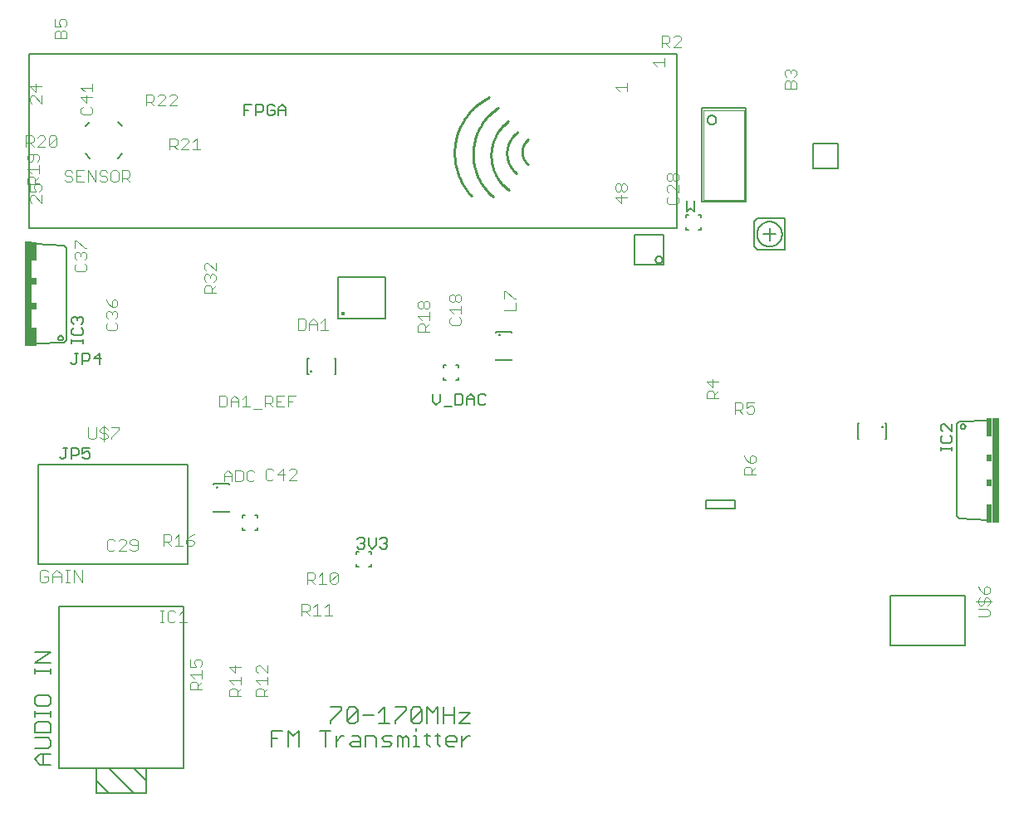
<source format=gbr>
G75*
%MOIN*%
%OFA0B0*%
%FSLAX25Y25*%
%IPPOS*%
%LPD*%
%AMOC8*
5,1,8,0,0,1.08239X$1,22.5*
%
%ADD10C,0.00600*%
%ADD11C,0.00400*%
%ADD12C,0.01000*%
%ADD13C,0.00500*%
%ADD14C,0.00200*%
%ADD15C,0.00800*%
%ADD16C,0.01682*%
%ADD17R,0.03000X0.42000*%
%ADD18R,0.02000X0.07500*%
%ADD19R,0.02000X0.03000*%
D10*
X0011367Y0012669D02*
X0009232Y0014804D01*
X0011367Y0016939D01*
X0015637Y0016939D01*
X0014569Y0019114D02*
X0015637Y0020182D01*
X0015637Y0022317D01*
X0014569Y0023385D01*
X0009232Y0023385D01*
X0009232Y0025560D02*
X0009232Y0028762D01*
X0010299Y0029830D01*
X0014569Y0029830D01*
X0015637Y0028762D01*
X0015637Y0025560D01*
X0009232Y0025560D01*
X0009232Y0032005D02*
X0009232Y0034140D01*
X0009232Y0033073D02*
X0015637Y0033073D01*
X0015637Y0034140D02*
X0015637Y0032005D01*
X0014569Y0036302D02*
X0010299Y0036302D01*
X0009232Y0037370D01*
X0009232Y0039505D01*
X0010299Y0040573D01*
X0014569Y0040573D01*
X0015637Y0039505D01*
X0015637Y0037370D01*
X0014569Y0036302D01*
X0015637Y0049193D02*
X0015637Y0051328D01*
X0015637Y0050261D02*
X0009232Y0050261D01*
X0009232Y0051328D02*
X0009232Y0049193D01*
X0009232Y0053490D02*
X0015637Y0057761D01*
X0009232Y0057761D01*
X0009232Y0053490D02*
X0015637Y0053490D01*
X0014569Y0019114D02*
X0009232Y0019114D01*
X0012434Y0016939D02*
X0012434Y0012669D01*
X0011367Y0012669D02*
X0015637Y0012669D01*
X0104366Y0019865D02*
X0104366Y0026270D01*
X0108636Y0026270D01*
X0110811Y0026270D02*
X0112946Y0024135D01*
X0115081Y0026270D01*
X0115081Y0019865D01*
X0110811Y0019865D02*
X0110811Y0026270D01*
X0106501Y0023068D02*
X0104366Y0023068D01*
X0123702Y0026270D02*
X0127972Y0026270D01*
X0125837Y0026270D02*
X0125837Y0019865D01*
X0130148Y0019865D02*
X0130148Y0024135D01*
X0132283Y0024135D02*
X0133350Y0024135D01*
X0132283Y0024135D02*
X0130148Y0022000D01*
X0135519Y0020933D02*
X0136586Y0022000D01*
X0139789Y0022000D01*
X0139789Y0023068D02*
X0139789Y0019865D01*
X0136586Y0019865D01*
X0135519Y0020933D01*
X0136586Y0024135D02*
X0138722Y0024135D01*
X0139789Y0023068D01*
X0141964Y0024135D02*
X0141964Y0019865D01*
X0141964Y0024135D02*
X0145167Y0024135D01*
X0146235Y0023068D01*
X0146235Y0019865D01*
X0148410Y0019865D02*
X0151613Y0019865D01*
X0152680Y0020933D01*
X0151613Y0022000D01*
X0149477Y0022000D01*
X0148410Y0023068D01*
X0149477Y0024135D01*
X0152680Y0024135D01*
X0154855Y0024135D02*
X0155923Y0024135D01*
X0156990Y0023068D01*
X0158058Y0024135D01*
X0159126Y0023068D01*
X0159126Y0019865D01*
X0156990Y0019865D02*
X0156990Y0023068D01*
X0154855Y0024135D02*
X0154855Y0019865D01*
X0161301Y0019865D02*
X0163436Y0019865D01*
X0162368Y0019865D02*
X0162368Y0024135D01*
X0161301Y0024135D01*
X0162368Y0026270D02*
X0162368Y0027338D01*
X0163429Y0029314D02*
X0161294Y0029314D01*
X0160227Y0030381D01*
X0164497Y0034652D01*
X0164497Y0030381D01*
X0163429Y0029314D01*
X0166672Y0029314D02*
X0166672Y0035719D01*
X0168807Y0033584D01*
X0170942Y0035719D01*
X0170942Y0029314D01*
X0173118Y0029314D02*
X0173118Y0035719D01*
X0173118Y0032517D02*
X0177388Y0032517D01*
X0179563Y0033584D02*
X0183833Y0033584D01*
X0179563Y0029314D01*
X0183833Y0029314D01*
X0183840Y0024135D02*
X0182772Y0024135D01*
X0180637Y0022000D01*
X0180637Y0019865D02*
X0180637Y0024135D01*
X0178462Y0023068D02*
X0178462Y0022000D01*
X0174192Y0022000D01*
X0174192Y0020933D02*
X0174192Y0023068D01*
X0175259Y0024135D01*
X0177395Y0024135D01*
X0178462Y0023068D01*
X0177395Y0019865D02*
X0175259Y0019865D01*
X0174192Y0020933D01*
X0172030Y0019865D02*
X0170962Y0020933D01*
X0170962Y0025203D01*
X0169895Y0024135D02*
X0172030Y0024135D01*
X0167733Y0024135D02*
X0165598Y0024135D01*
X0166665Y0025203D02*
X0166665Y0020933D01*
X0167733Y0019865D01*
X0160227Y0030381D02*
X0160227Y0034652D01*
X0161294Y0035719D01*
X0163429Y0035719D01*
X0164497Y0034652D01*
X0158051Y0034652D02*
X0153781Y0030381D01*
X0153781Y0029314D01*
X0151606Y0029314D02*
X0147336Y0029314D01*
X0149471Y0029314D02*
X0149471Y0035719D01*
X0147336Y0033584D01*
X0145160Y0032517D02*
X0140890Y0032517D01*
X0138715Y0034652D02*
X0134445Y0030381D01*
X0135512Y0029314D01*
X0137647Y0029314D01*
X0138715Y0030381D01*
X0138715Y0034652D01*
X0137647Y0035719D01*
X0135512Y0035719D01*
X0134445Y0034652D01*
X0134445Y0030381D01*
X0132269Y0034652D02*
X0127999Y0030381D01*
X0127999Y0029314D01*
X0127999Y0035719D02*
X0132269Y0035719D01*
X0132269Y0034652D01*
X0153781Y0035719D02*
X0158051Y0035719D01*
X0158051Y0034652D01*
X0177388Y0035719D02*
X0177388Y0029314D01*
X0144220Y0092069D02*
X0143220Y0092069D01*
X0144220Y0092069D02*
X0144220Y0093069D01*
X0144220Y0097069D02*
X0144220Y0098069D01*
X0143220Y0098069D01*
X0139220Y0098069D02*
X0138220Y0098069D01*
X0138220Y0097069D01*
X0138220Y0093069D02*
X0138220Y0092069D01*
X0139220Y0092069D01*
X0098551Y0107030D02*
X0097551Y0107030D01*
X0098551Y0107030D02*
X0098551Y0108030D01*
X0093551Y0107030D02*
X0092551Y0107030D01*
X0092551Y0108030D01*
X0092551Y0112030D02*
X0092551Y0113030D01*
X0093551Y0113030D01*
X0097551Y0113030D02*
X0098551Y0113030D01*
X0098551Y0112030D01*
X0087324Y0114272D02*
X0087324Y0114645D01*
X0087324Y0114272D02*
X0080943Y0114272D01*
X0080943Y0114645D01*
X0080943Y0125099D02*
X0080943Y0125472D01*
X0087324Y0125472D01*
X0087324Y0125099D01*
X0118691Y0169437D02*
X0119065Y0169437D01*
X0118691Y0169437D02*
X0118691Y0175819D01*
X0119065Y0175819D01*
X0129518Y0175819D02*
X0129891Y0175819D01*
X0129891Y0169437D01*
X0129518Y0169437D01*
X0173260Y0168266D02*
X0173260Y0167266D01*
X0174260Y0167266D01*
X0178260Y0167266D02*
X0179260Y0167266D01*
X0179260Y0168266D01*
X0179260Y0172266D02*
X0179260Y0173266D01*
X0178260Y0173266D01*
X0174260Y0173266D02*
X0173260Y0173266D01*
X0173260Y0172266D01*
X0194329Y0175296D02*
X0194329Y0175669D01*
X0194329Y0175296D02*
X0200710Y0175296D01*
X0200710Y0175669D01*
X0200710Y0186122D02*
X0200710Y0186496D01*
X0194329Y0186496D01*
X0194329Y0186122D01*
X0270504Y0227502D02*
X0270504Y0228502D01*
X0270504Y0227502D02*
X0271504Y0227502D01*
X0275504Y0227502D02*
X0276504Y0227502D01*
X0276504Y0228502D01*
X0276504Y0232502D02*
X0276504Y0233502D01*
X0275504Y0233502D01*
X0271504Y0233502D02*
X0270504Y0233502D01*
X0270504Y0232502D01*
X0276721Y0238811D02*
X0294696Y0238811D01*
X0294696Y0276524D01*
X0276721Y0276524D01*
X0276721Y0238811D01*
X0279109Y0271744D02*
X0279111Y0271828D01*
X0279117Y0271913D01*
X0279127Y0271996D01*
X0279141Y0272080D01*
X0279158Y0272162D01*
X0279180Y0272244D01*
X0279205Y0272324D01*
X0279234Y0272403D01*
X0279267Y0272481D01*
X0279303Y0272557D01*
X0279343Y0272632D01*
X0279387Y0272704D01*
X0279433Y0272775D01*
X0279483Y0272843D01*
X0279536Y0272908D01*
X0279592Y0272971D01*
X0279651Y0273032D01*
X0279713Y0273089D01*
X0279777Y0273144D01*
X0279844Y0273195D01*
X0279913Y0273244D01*
X0279985Y0273289D01*
X0280058Y0273330D01*
X0280133Y0273368D01*
X0280210Y0273403D01*
X0280289Y0273434D01*
X0280369Y0273461D01*
X0280450Y0273484D01*
X0280532Y0273504D01*
X0280615Y0273520D01*
X0280698Y0273532D01*
X0280783Y0273540D01*
X0280867Y0273544D01*
X0280951Y0273544D01*
X0281035Y0273540D01*
X0281120Y0273532D01*
X0281203Y0273520D01*
X0281286Y0273504D01*
X0281368Y0273484D01*
X0281449Y0273461D01*
X0281529Y0273434D01*
X0281608Y0273403D01*
X0281685Y0273368D01*
X0281760Y0273330D01*
X0281833Y0273289D01*
X0281905Y0273244D01*
X0281974Y0273195D01*
X0282041Y0273144D01*
X0282105Y0273089D01*
X0282167Y0273032D01*
X0282226Y0272971D01*
X0282282Y0272908D01*
X0282335Y0272843D01*
X0282385Y0272775D01*
X0282431Y0272704D01*
X0282475Y0272632D01*
X0282515Y0272557D01*
X0282551Y0272481D01*
X0282584Y0272403D01*
X0282613Y0272324D01*
X0282638Y0272244D01*
X0282660Y0272162D01*
X0282677Y0272080D01*
X0282691Y0271996D01*
X0282701Y0271913D01*
X0282707Y0271828D01*
X0282709Y0271744D01*
X0282707Y0271660D01*
X0282701Y0271575D01*
X0282691Y0271492D01*
X0282677Y0271408D01*
X0282660Y0271326D01*
X0282638Y0271244D01*
X0282613Y0271164D01*
X0282584Y0271085D01*
X0282551Y0271007D01*
X0282515Y0270931D01*
X0282475Y0270856D01*
X0282431Y0270784D01*
X0282385Y0270713D01*
X0282335Y0270645D01*
X0282282Y0270580D01*
X0282226Y0270517D01*
X0282167Y0270456D01*
X0282105Y0270399D01*
X0282041Y0270344D01*
X0281974Y0270293D01*
X0281905Y0270244D01*
X0281833Y0270199D01*
X0281760Y0270158D01*
X0281685Y0270120D01*
X0281608Y0270085D01*
X0281529Y0270054D01*
X0281449Y0270027D01*
X0281368Y0270004D01*
X0281286Y0269984D01*
X0281203Y0269968D01*
X0281120Y0269956D01*
X0281035Y0269948D01*
X0280951Y0269944D01*
X0280867Y0269944D01*
X0280783Y0269948D01*
X0280698Y0269956D01*
X0280615Y0269968D01*
X0280532Y0269984D01*
X0280450Y0270004D01*
X0280369Y0270027D01*
X0280289Y0270054D01*
X0280210Y0270085D01*
X0280133Y0270120D01*
X0280058Y0270158D01*
X0279985Y0270199D01*
X0279913Y0270244D01*
X0279844Y0270293D01*
X0279777Y0270344D01*
X0279713Y0270399D01*
X0279651Y0270456D01*
X0279592Y0270517D01*
X0279536Y0270580D01*
X0279483Y0270645D01*
X0279433Y0270713D01*
X0279387Y0270784D01*
X0279343Y0270856D01*
X0279303Y0270931D01*
X0279267Y0271007D01*
X0279234Y0271085D01*
X0279205Y0271164D01*
X0279180Y0271244D01*
X0279158Y0271326D01*
X0279141Y0271408D01*
X0279127Y0271492D01*
X0279117Y0271575D01*
X0279111Y0271660D01*
X0279109Y0271744D01*
X0339557Y0149834D02*
X0339931Y0149834D01*
X0339557Y0149834D02*
X0339557Y0143453D01*
X0339931Y0143453D01*
X0350384Y0143453D02*
X0350757Y0143453D01*
X0350757Y0149834D01*
X0350384Y0149834D01*
D11*
X0297903Y0154452D02*
X0297135Y0153684D01*
X0295601Y0153684D01*
X0294833Y0154452D01*
X0294833Y0155986D02*
X0296368Y0156754D01*
X0297135Y0156754D01*
X0297903Y0155986D01*
X0297903Y0154452D01*
X0294833Y0155986D02*
X0294833Y0158288D01*
X0297903Y0158288D01*
X0293299Y0157521D02*
X0293299Y0155986D01*
X0292531Y0155219D01*
X0290230Y0155219D01*
X0291764Y0155219D02*
X0293299Y0153684D01*
X0290230Y0153684D02*
X0290230Y0158288D01*
X0292531Y0158288D01*
X0293299Y0157521D01*
X0283383Y0159718D02*
X0278779Y0159718D01*
X0278779Y0162020D01*
X0279546Y0162787D01*
X0281081Y0162787D01*
X0281848Y0162020D01*
X0281848Y0159718D01*
X0281848Y0161252D02*
X0283383Y0162787D01*
X0281081Y0164322D02*
X0281081Y0167391D01*
X0283383Y0166624D02*
X0278779Y0166624D01*
X0281081Y0164322D01*
X0293779Y0136844D02*
X0294546Y0135310D01*
X0296081Y0133775D01*
X0296081Y0136077D01*
X0296848Y0136844D01*
X0297615Y0136844D01*
X0298383Y0136077D01*
X0298383Y0134543D01*
X0297615Y0133775D01*
X0296081Y0133775D01*
X0296081Y0132241D02*
X0296848Y0131473D01*
X0296848Y0129171D01*
X0298383Y0129171D02*
X0293779Y0129171D01*
X0293779Y0131473D01*
X0294546Y0132241D01*
X0296081Y0132241D01*
X0296848Y0130706D02*
X0298383Y0132241D01*
X0387795Y0084325D02*
X0388562Y0082790D01*
X0390096Y0081255D01*
X0390096Y0083557D01*
X0390864Y0084325D01*
X0391631Y0084325D01*
X0392398Y0083557D01*
X0392398Y0082023D01*
X0391631Y0081255D01*
X0390096Y0081255D01*
X0390864Y0079721D02*
X0390096Y0078954D01*
X0390096Y0077419D01*
X0389329Y0076652D01*
X0388562Y0076652D01*
X0387795Y0077419D01*
X0387795Y0078954D01*
X0388562Y0079721D01*
X0387027Y0078186D02*
X0393166Y0078186D01*
X0392398Y0077419D02*
X0392398Y0078954D01*
X0391631Y0079721D01*
X0390864Y0079721D01*
X0392398Y0077419D02*
X0391631Y0076652D01*
X0391631Y0075117D02*
X0387795Y0075117D01*
X0387795Y0072048D02*
X0391631Y0072048D01*
X0392398Y0072815D01*
X0392398Y0074350D01*
X0391631Y0075117D01*
X0202172Y0195293D02*
X0202172Y0198363D01*
X0202172Y0199897D02*
X0201405Y0199897D01*
X0198335Y0202967D01*
X0197568Y0202967D01*
X0197568Y0199897D01*
X0197568Y0195293D02*
X0202172Y0195293D01*
X0180253Y0195502D02*
X0175649Y0195502D01*
X0177183Y0193967D01*
X0176416Y0192433D02*
X0175649Y0191665D01*
X0175649Y0190131D01*
X0176416Y0189363D01*
X0179485Y0189363D01*
X0180253Y0190131D01*
X0180253Y0191665D01*
X0179485Y0192433D01*
X0180253Y0193967D02*
X0180253Y0197037D01*
X0179485Y0198571D02*
X0178718Y0198571D01*
X0177951Y0199339D01*
X0177951Y0200873D01*
X0178718Y0201641D01*
X0179485Y0201641D01*
X0180253Y0200873D01*
X0180253Y0199339D01*
X0179485Y0198571D01*
X0177951Y0199339D02*
X0177183Y0198571D01*
X0176416Y0198571D01*
X0175649Y0199339D01*
X0175649Y0200873D01*
X0176416Y0201641D01*
X0177183Y0201641D01*
X0177951Y0200873D01*
X0167556Y0198223D02*
X0167556Y0196688D01*
X0166789Y0195921D01*
X0166021Y0195921D01*
X0165254Y0196688D01*
X0165254Y0198223D01*
X0166021Y0198990D01*
X0166789Y0198990D01*
X0167556Y0198223D01*
X0165254Y0198223D02*
X0164487Y0198990D01*
X0163719Y0198990D01*
X0162952Y0198223D01*
X0162952Y0196688D01*
X0163719Y0195921D01*
X0164487Y0195921D01*
X0165254Y0196688D01*
X0167556Y0194386D02*
X0167556Y0191317D01*
X0167556Y0192852D02*
X0162952Y0192852D01*
X0164487Y0191317D01*
X0165254Y0189782D02*
X0163719Y0189782D01*
X0162952Y0189015D01*
X0162952Y0186713D01*
X0167556Y0186713D01*
X0166021Y0186713D02*
X0166021Y0189015D01*
X0165254Y0189782D01*
X0166021Y0188248D02*
X0167556Y0189782D01*
X0127024Y0187296D02*
X0123955Y0187296D01*
X0122420Y0187296D02*
X0122420Y0190366D01*
X0120886Y0191900D01*
X0119351Y0190366D01*
X0119351Y0187296D01*
X0117817Y0188064D02*
X0117049Y0187296D01*
X0114747Y0187296D01*
X0114747Y0191900D01*
X0117049Y0191900D01*
X0117817Y0191133D01*
X0117817Y0188064D01*
X0119351Y0189598D02*
X0122420Y0189598D01*
X0123955Y0190366D02*
X0125490Y0191900D01*
X0125490Y0187296D01*
X0113921Y0160995D02*
X0110852Y0160995D01*
X0110852Y0156391D01*
X0109317Y0156391D02*
X0106248Y0156391D01*
X0106248Y0160995D01*
X0109317Y0160995D01*
X0107783Y0158693D02*
X0106248Y0158693D01*
X0104713Y0158693D02*
X0103946Y0157926D01*
X0101644Y0157926D01*
X0103179Y0157926D02*
X0104713Y0156391D01*
X0104713Y0158693D02*
X0104713Y0160228D01*
X0103946Y0160995D01*
X0101644Y0160995D01*
X0101644Y0156391D01*
X0100109Y0155624D02*
X0097040Y0155624D01*
X0095505Y0156391D02*
X0092436Y0156391D01*
X0090902Y0156391D02*
X0090902Y0159460D01*
X0089367Y0160995D01*
X0087832Y0159460D01*
X0087832Y0156391D01*
X0086298Y0157158D02*
X0086298Y0160228D01*
X0085530Y0160995D01*
X0083228Y0160995D01*
X0083228Y0156391D01*
X0085530Y0156391D01*
X0086298Y0157158D01*
X0087832Y0158693D02*
X0090902Y0158693D01*
X0092436Y0159460D02*
X0093971Y0160995D01*
X0093971Y0156391D01*
X0110852Y0158693D02*
X0112387Y0158693D01*
X0111888Y0131507D02*
X0111120Y0130739D01*
X0111888Y0131507D02*
X0113422Y0131507D01*
X0114190Y0130739D01*
X0114190Y0129972D01*
X0111120Y0126903D01*
X0114190Y0126903D01*
X0109586Y0129205D02*
X0106517Y0129205D01*
X0108818Y0131507D01*
X0108818Y0126903D01*
X0104982Y0127670D02*
X0104215Y0126903D01*
X0102680Y0126903D01*
X0101913Y0127670D01*
X0101913Y0130739D01*
X0102680Y0131507D01*
X0104215Y0131507D01*
X0104982Y0130739D01*
X0097379Y0130228D02*
X0096611Y0130995D01*
X0095077Y0130995D01*
X0094309Y0130228D01*
X0094309Y0127158D01*
X0095077Y0126391D01*
X0096611Y0126391D01*
X0097379Y0127158D01*
X0092775Y0127158D02*
X0092775Y0130228D01*
X0092007Y0130995D01*
X0089705Y0130995D01*
X0089705Y0126391D01*
X0092007Y0126391D01*
X0092775Y0127158D01*
X0088171Y0126391D02*
X0088171Y0129460D01*
X0086636Y0130995D01*
X0085102Y0129460D01*
X0085102Y0126391D01*
X0085102Y0128693D02*
X0088171Y0128693D01*
X0073094Y0105227D02*
X0071560Y0104460D01*
X0070025Y0102925D01*
X0072327Y0102925D01*
X0073094Y0102158D01*
X0073094Y0101391D01*
X0072327Y0100623D01*
X0070792Y0100623D01*
X0070025Y0101391D01*
X0070025Y0102925D01*
X0068491Y0100623D02*
X0065421Y0100623D01*
X0063887Y0100623D02*
X0062352Y0102158D01*
X0063119Y0102158D02*
X0060817Y0102158D01*
X0060817Y0100623D02*
X0060817Y0105227D01*
X0063119Y0105227D01*
X0063887Y0104460D01*
X0063887Y0102925D01*
X0063119Y0102158D01*
X0065421Y0103693D02*
X0066956Y0105227D01*
X0066956Y0100623D01*
X0050410Y0100858D02*
X0048108Y0100858D01*
X0047341Y0101626D01*
X0047341Y0102393D01*
X0048108Y0103160D01*
X0049643Y0103160D01*
X0050410Y0102393D01*
X0050410Y0099324D01*
X0049643Y0098556D01*
X0048108Y0098556D01*
X0047341Y0099324D01*
X0045806Y0098556D02*
X0042737Y0098556D01*
X0045806Y0101626D01*
X0045806Y0102393D01*
X0045039Y0103160D01*
X0043504Y0103160D01*
X0042737Y0102393D01*
X0041202Y0102393D02*
X0040435Y0103160D01*
X0038900Y0103160D01*
X0038133Y0102393D01*
X0038133Y0099324D01*
X0038900Y0098556D01*
X0040435Y0098556D01*
X0041202Y0099324D01*
X0028316Y0090936D02*
X0028316Y0085732D01*
X0024847Y0090936D01*
X0024847Y0085732D01*
X0023144Y0085732D02*
X0021409Y0085732D01*
X0022277Y0085732D02*
X0022277Y0090936D01*
X0023144Y0090936D02*
X0021409Y0090936D01*
X0019722Y0089202D02*
X0019722Y0085732D01*
X0019722Y0088334D02*
X0016253Y0088334D01*
X0016253Y0089202D02*
X0016253Y0085732D01*
X0014566Y0086599D02*
X0014566Y0088334D01*
X0012831Y0088334D01*
X0011096Y0090069D02*
X0011096Y0086599D01*
X0011964Y0085732D01*
X0013699Y0085732D01*
X0014566Y0086599D01*
X0016253Y0089202D02*
X0017988Y0090936D01*
X0019722Y0089202D01*
X0014566Y0090069D02*
X0013699Y0090936D01*
X0011964Y0090936D01*
X0011096Y0090069D01*
X0059478Y0074530D02*
X0061013Y0074530D01*
X0060245Y0074530D02*
X0060245Y0069926D01*
X0059478Y0069926D02*
X0061013Y0069926D01*
X0062547Y0070694D02*
X0063315Y0069926D01*
X0064849Y0069926D01*
X0065617Y0070694D01*
X0067151Y0069926D02*
X0070220Y0069926D01*
X0068686Y0069926D02*
X0068686Y0074530D01*
X0067151Y0072996D01*
X0065617Y0073763D02*
X0064849Y0074530D01*
X0063315Y0074530D01*
X0062547Y0073763D01*
X0062547Y0070694D01*
X0071574Y0055046D02*
X0071574Y0051977D01*
X0073876Y0051977D01*
X0073109Y0053511D01*
X0073109Y0054279D01*
X0073876Y0055046D01*
X0075411Y0055046D01*
X0076178Y0054279D01*
X0076178Y0052744D01*
X0075411Y0051977D01*
X0076178Y0050442D02*
X0076178Y0047373D01*
X0076178Y0048907D02*
X0071574Y0048907D01*
X0073109Y0047373D01*
X0073876Y0045838D02*
X0074643Y0045071D01*
X0074643Y0042769D01*
X0074643Y0044304D02*
X0076178Y0045838D01*
X0073876Y0045838D02*
X0072341Y0045838D01*
X0071574Y0045071D01*
X0071574Y0042769D01*
X0076178Y0042769D01*
X0087361Y0042558D02*
X0088129Y0043326D01*
X0089663Y0043326D01*
X0090431Y0042558D01*
X0090431Y0040256D01*
X0091965Y0040256D02*
X0087361Y0040256D01*
X0087361Y0042558D01*
X0088896Y0044860D02*
X0087361Y0046395D01*
X0091965Y0046395D01*
X0091965Y0044860D02*
X0091965Y0047930D01*
X0089663Y0049464D02*
X0087361Y0051766D01*
X0091965Y0051766D01*
X0089663Y0052533D02*
X0089663Y0049464D01*
X0091965Y0043326D02*
X0090431Y0041791D01*
X0097991Y0042558D02*
X0098759Y0043326D01*
X0100293Y0043326D01*
X0101061Y0042558D01*
X0101061Y0040256D01*
X0102595Y0040256D02*
X0097991Y0040256D01*
X0097991Y0042558D01*
X0099526Y0044860D02*
X0097991Y0046395D01*
X0102595Y0046395D01*
X0102595Y0044860D02*
X0102595Y0047930D01*
X0102595Y0049464D02*
X0099526Y0052533D01*
X0098759Y0052533D01*
X0097991Y0051766D01*
X0097991Y0050231D01*
X0098759Y0049464D01*
X0102595Y0049464D02*
X0102595Y0052533D01*
X0102595Y0043326D02*
X0101061Y0041791D01*
X0116329Y0072670D02*
X0116329Y0077274D01*
X0118631Y0077274D01*
X0119398Y0076507D01*
X0119398Y0074972D01*
X0118631Y0074205D01*
X0116329Y0074205D01*
X0117864Y0074205D02*
X0119398Y0072670D01*
X0120933Y0072670D02*
X0124002Y0072670D01*
X0122468Y0072670D02*
X0122468Y0077274D01*
X0120933Y0075740D01*
X0125537Y0075740D02*
X0127072Y0077274D01*
X0127072Y0072670D01*
X0128606Y0072670D02*
X0125537Y0072670D01*
X0126121Y0085308D02*
X0123052Y0085308D01*
X0124587Y0085308D02*
X0124587Y0089912D01*
X0123052Y0088378D01*
X0121517Y0089145D02*
X0121517Y0087610D01*
X0120750Y0086843D01*
X0118448Y0086843D01*
X0119983Y0086843D02*
X0121517Y0085308D01*
X0118448Y0085308D02*
X0118448Y0089912D01*
X0120750Y0089912D01*
X0121517Y0089145D01*
X0127656Y0089145D02*
X0127656Y0086076D01*
X0130725Y0089145D01*
X0130725Y0086076D01*
X0129958Y0085308D01*
X0128423Y0085308D01*
X0127656Y0086076D01*
X0127656Y0089145D02*
X0128423Y0089912D01*
X0129958Y0089912D01*
X0130725Y0089145D01*
X0042989Y0147294D02*
X0039920Y0144225D01*
X0039920Y0143458D01*
X0038385Y0144225D02*
X0038385Y0144993D01*
X0037618Y0145760D01*
X0036083Y0145760D01*
X0035316Y0146527D01*
X0035316Y0147294D01*
X0036083Y0148062D01*
X0037618Y0148062D01*
X0038385Y0147294D01*
X0039920Y0148062D02*
X0042989Y0148062D01*
X0042989Y0147294D01*
X0038385Y0144225D02*
X0037618Y0143458D01*
X0036083Y0143458D01*
X0035316Y0144225D01*
X0033781Y0144225D02*
X0033781Y0148062D01*
X0030712Y0148062D02*
X0030712Y0144225D01*
X0031479Y0143458D01*
X0033014Y0143458D01*
X0033781Y0144225D01*
X0036850Y0142691D02*
X0036850Y0148829D01*
X0038522Y0187245D02*
X0041592Y0187245D01*
X0042359Y0188012D01*
X0042359Y0189546D01*
X0041592Y0190314D01*
X0041592Y0191848D02*
X0042359Y0192616D01*
X0042359Y0194150D01*
X0041592Y0194918D01*
X0040824Y0194918D01*
X0040057Y0194150D01*
X0040057Y0193383D01*
X0040057Y0194150D02*
X0039290Y0194918D01*
X0038522Y0194918D01*
X0037755Y0194150D01*
X0037755Y0192616D01*
X0038522Y0191848D01*
X0038522Y0190314D02*
X0037755Y0189546D01*
X0037755Y0188012D01*
X0038522Y0187245D01*
X0040057Y0196452D02*
X0040057Y0198754D01*
X0040824Y0199522D01*
X0041592Y0199522D01*
X0042359Y0198754D01*
X0042359Y0197220D01*
X0041592Y0196452D01*
X0040057Y0196452D01*
X0038522Y0197987D01*
X0037755Y0199522D01*
X0029092Y0210879D02*
X0026022Y0210879D01*
X0025255Y0211646D01*
X0025255Y0213181D01*
X0026022Y0213948D01*
X0026022Y0215483D02*
X0025255Y0216250D01*
X0025255Y0217785D01*
X0026022Y0218552D01*
X0026790Y0218552D01*
X0027557Y0217785D01*
X0028324Y0218552D01*
X0029092Y0218552D01*
X0029859Y0217785D01*
X0029859Y0216250D01*
X0029092Y0215483D01*
X0029092Y0213948D02*
X0029859Y0213181D01*
X0029859Y0211646D01*
X0029092Y0210879D01*
X0027557Y0217018D02*
X0027557Y0217785D01*
X0029092Y0220087D02*
X0026022Y0223156D01*
X0025255Y0223156D01*
X0025255Y0220087D01*
X0029092Y0220087D02*
X0029859Y0220087D01*
X0011808Y0238379D02*
X0008739Y0241448D01*
X0007971Y0241448D01*
X0007204Y0240681D01*
X0007204Y0239146D01*
X0007971Y0238379D01*
X0011808Y0238379D02*
X0011808Y0241448D01*
X0011041Y0242983D02*
X0011808Y0243750D01*
X0011808Y0245285D01*
X0011041Y0246052D01*
X0009506Y0246052D01*
X0008739Y0245285D01*
X0008739Y0244518D01*
X0009506Y0242983D01*
X0007204Y0242983D01*
X0007204Y0246052D01*
X0006259Y0245768D02*
X0006259Y0248070D01*
X0007026Y0248837D01*
X0008561Y0248837D01*
X0009328Y0248070D01*
X0009328Y0245768D01*
X0009328Y0247303D02*
X0010863Y0248837D01*
X0010863Y0250372D02*
X0010863Y0253441D01*
X0010863Y0251907D02*
X0006259Y0251907D01*
X0007794Y0250372D01*
X0007794Y0254976D02*
X0008561Y0255743D01*
X0008561Y0258045D01*
X0010096Y0258045D02*
X0007026Y0258045D01*
X0006259Y0257278D01*
X0006259Y0255743D01*
X0007026Y0254976D01*
X0007794Y0254976D01*
X0010096Y0254976D02*
X0010863Y0255743D01*
X0010863Y0257278D01*
X0010096Y0258045D01*
X0010303Y0260859D02*
X0013372Y0263929D01*
X0013372Y0264696D01*
X0012605Y0265463D01*
X0011070Y0265463D01*
X0010303Y0264696D01*
X0008769Y0264696D02*
X0008769Y0263161D01*
X0008001Y0262394D01*
X0005699Y0262394D01*
X0005699Y0260859D02*
X0005699Y0265463D01*
X0008001Y0265463D01*
X0008769Y0264696D01*
X0007234Y0262394D02*
X0008769Y0260859D01*
X0010303Y0260859D02*
X0013372Y0260859D01*
X0014907Y0261627D02*
X0017976Y0264696D01*
X0017976Y0261627D01*
X0017209Y0260859D01*
X0015674Y0260859D01*
X0014907Y0261627D01*
X0014907Y0264696D01*
X0015674Y0265463D01*
X0017209Y0265463D01*
X0017976Y0264696D01*
X0027617Y0274639D02*
X0028385Y0273871D01*
X0031454Y0273871D01*
X0032221Y0274639D01*
X0032221Y0276173D01*
X0031454Y0276941D01*
X0029919Y0278475D02*
X0029919Y0281544D01*
X0029152Y0283079D02*
X0027617Y0284614D01*
X0032221Y0284614D01*
X0032221Y0286148D02*
X0032221Y0283079D01*
X0032221Y0280777D02*
X0027617Y0280777D01*
X0029919Y0278475D01*
X0028385Y0276941D02*
X0027617Y0276173D01*
X0027617Y0274639D01*
X0011808Y0278379D02*
X0008739Y0281448D01*
X0007971Y0281448D01*
X0007204Y0280681D01*
X0007204Y0279146D01*
X0007971Y0278379D01*
X0011808Y0278379D02*
X0011808Y0281448D01*
X0009506Y0282983D02*
X0009506Y0286052D01*
X0011808Y0285285D02*
X0007204Y0285285D01*
X0009506Y0282983D01*
X0017283Y0304447D02*
X0017283Y0306749D01*
X0018050Y0307516D01*
X0018817Y0307516D01*
X0019585Y0306749D01*
X0019585Y0304447D01*
X0021887Y0304447D02*
X0017283Y0304447D01*
X0019585Y0306749D02*
X0020352Y0307516D01*
X0021119Y0307516D01*
X0021887Y0306749D01*
X0021887Y0304447D01*
X0021119Y0309051D02*
X0021887Y0309818D01*
X0021887Y0311353D01*
X0021119Y0312120D01*
X0019585Y0312120D01*
X0018817Y0311353D01*
X0018817Y0310585D01*
X0019585Y0309051D01*
X0017283Y0309051D01*
X0017283Y0312120D01*
X0053881Y0282038D02*
X0056183Y0282038D01*
X0056950Y0281271D01*
X0056950Y0279736D01*
X0056183Y0278969D01*
X0053881Y0278969D01*
X0055416Y0278969D02*
X0056950Y0277434D01*
X0058485Y0277434D02*
X0061554Y0280504D01*
X0061554Y0281271D01*
X0060787Y0282038D01*
X0059252Y0282038D01*
X0058485Y0281271D01*
X0058485Y0277434D02*
X0061554Y0277434D01*
X0063089Y0277434D02*
X0066158Y0280504D01*
X0066158Y0281271D01*
X0065391Y0282038D01*
X0063856Y0282038D01*
X0063089Y0281271D01*
X0063089Y0277434D02*
X0066158Y0277434D01*
X0053881Y0277434D02*
X0053881Y0282038D01*
X0063330Y0264322D02*
X0065632Y0264322D01*
X0066399Y0263554D01*
X0066399Y0262020D01*
X0065632Y0261252D01*
X0063330Y0261252D01*
X0063330Y0259718D02*
X0063330Y0264322D01*
X0064865Y0261252D02*
X0066399Y0259718D01*
X0067934Y0259718D02*
X0071003Y0262787D01*
X0071003Y0263554D01*
X0070236Y0264322D01*
X0068701Y0264322D01*
X0067934Y0263554D01*
X0067934Y0259718D02*
X0071003Y0259718D01*
X0072538Y0259718D02*
X0075607Y0259718D01*
X0074072Y0259718D02*
X0074072Y0264322D01*
X0072538Y0262787D01*
X0047366Y0250661D02*
X0047366Y0249126D01*
X0046599Y0248359D01*
X0044297Y0248359D01*
X0045831Y0248359D02*
X0047366Y0246824D01*
X0044297Y0246824D02*
X0044297Y0251428D01*
X0046599Y0251428D01*
X0047366Y0250661D01*
X0042762Y0250661D02*
X0042762Y0247591D01*
X0041995Y0246824D01*
X0040460Y0246824D01*
X0039693Y0247591D01*
X0039693Y0250661D01*
X0040460Y0251428D01*
X0041995Y0251428D01*
X0042762Y0250661D01*
X0038158Y0250661D02*
X0037391Y0251428D01*
X0035856Y0251428D01*
X0035089Y0250661D01*
X0035089Y0249893D01*
X0035856Y0249126D01*
X0037391Y0249126D01*
X0038158Y0248359D01*
X0038158Y0247591D01*
X0037391Y0246824D01*
X0035856Y0246824D01*
X0035089Y0247591D01*
X0033554Y0246824D02*
X0030485Y0251428D01*
X0030485Y0246824D01*
X0028950Y0246824D02*
X0025881Y0246824D01*
X0025881Y0251428D01*
X0028950Y0251428D01*
X0027416Y0249126D02*
X0025881Y0249126D01*
X0024346Y0248359D02*
X0024346Y0247591D01*
X0023579Y0246824D01*
X0022044Y0246824D01*
X0021277Y0247591D01*
X0022044Y0249126D02*
X0023579Y0249126D01*
X0024346Y0248359D01*
X0024346Y0250661D02*
X0023579Y0251428D01*
X0022044Y0251428D01*
X0021277Y0250661D01*
X0021277Y0249893D01*
X0022044Y0249126D01*
X0010863Y0245768D02*
X0006259Y0245768D01*
X0033554Y0246824D02*
X0033554Y0251428D01*
X0077125Y0213577D02*
X0077893Y0214344D01*
X0078660Y0214344D01*
X0081729Y0211275D01*
X0081729Y0214344D01*
X0077125Y0213577D02*
X0077125Y0212042D01*
X0077893Y0211275D01*
X0077893Y0209741D02*
X0078660Y0209741D01*
X0079427Y0208973D01*
X0080195Y0209741D01*
X0080962Y0209741D01*
X0081729Y0208973D01*
X0081729Y0207439D01*
X0080962Y0206671D01*
X0081729Y0205137D02*
X0080195Y0203602D01*
X0080195Y0204369D02*
X0080195Y0202067D01*
X0081729Y0202067D02*
X0077125Y0202067D01*
X0077125Y0204369D01*
X0077893Y0205137D01*
X0079427Y0205137D01*
X0080195Y0204369D01*
X0077893Y0206671D02*
X0077125Y0207439D01*
X0077125Y0208973D01*
X0077893Y0209741D01*
X0079427Y0208973D02*
X0079427Y0208206D01*
X0242204Y0240681D02*
X0244506Y0238379D01*
X0244506Y0241448D01*
X0245273Y0242983D02*
X0244506Y0243750D01*
X0244506Y0245285D01*
X0245273Y0246052D01*
X0246041Y0246052D01*
X0246808Y0245285D01*
X0246808Y0243750D01*
X0246041Y0242983D01*
X0245273Y0242983D01*
X0244506Y0243750D02*
X0243739Y0242983D01*
X0242971Y0242983D01*
X0242204Y0243750D01*
X0242204Y0245285D01*
X0242971Y0246052D01*
X0243739Y0246052D01*
X0244506Y0245285D01*
X0246808Y0240681D02*
X0242204Y0240681D01*
X0262913Y0240209D02*
X0262913Y0238674D01*
X0263680Y0237907D01*
X0266749Y0237907D01*
X0267517Y0238674D01*
X0267517Y0240209D01*
X0266749Y0240976D01*
X0267517Y0242511D02*
X0264447Y0245580D01*
X0263680Y0245580D01*
X0262913Y0244813D01*
X0262913Y0243278D01*
X0263680Y0242511D01*
X0263680Y0240976D02*
X0262913Y0240209D01*
X0267517Y0242511D02*
X0267517Y0245580D01*
X0266749Y0247115D02*
X0265982Y0247115D01*
X0265215Y0247882D01*
X0265215Y0249416D01*
X0265982Y0250184D01*
X0266749Y0250184D01*
X0267517Y0249416D01*
X0267517Y0247882D01*
X0266749Y0247115D01*
X0265215Y0247882D02*
X0264447Y0247115D01*
X0263680Y0247115D01*
X0262913Y0247882D01*
X0262913Y0249416D01*
X0263680Y0250184D01*
X0264447Y0250184D01*
X0265215Y0249416D01*
X0246808Y0283379D02*
X0246808Y0286448D01*
X0246808Y0284914D02*
X0242204Y0284914D01*
X0243739Y0283379D01*
X0257204Y0294914D02*
X0261808Y0294914D01*
X0261808Y0296448D02*
X0261808Y0293379D01*
X0258739Y0293379D02*
X0257204Y0294914D01*
X0260810Y0300919D02*
X0260810Y0305522D01*
X0263112Y0305522D01*
X0263880Y0304755D01*
X0263880Y0303220D01*
X0263112Y0302453D01*
X0260810Y0302453D01*
X0262345Y0302453D02*
X0263880Y0300919D01*
X0265414Y0300919D02*
X0268483Y0303988D01*
X0268483Y0304755D01*
X0267716Y0305522D01*
X0266181Y0305522D01*
X0265414Y0304755D01*
X0265414Y0300919D02*
X0268483Y0300919D01*
X0310196Y0291274D02*
X0310196Y0289739D01*
X0310963Y0288972D01*
X0310963Y0287437D02*
X0311731Y0287437D01*
X0312498Y0286670D01*
X0312498Y0284368D01*
X0310196Y0284368D02*
X0310196Y0286670D01*
X0310963Y0287437D01*
X0312498Y0286670D02*
X0313265Y0287437D01*
X0314033Y0287437D01*
X0314800Y0286670D01*
X0314800Y0284368D01*
X0310196Y0284368D01*
X0314033Y0288972D02*
X0314800Y0289739D01*
X0314800Y0291274D01*
X0314033Y0292041D01*
X0313265Y0292041D01*
X0312498Y0291274D01*
X0312498Y0290507D01*
X0312498Y0291274D02*
X0311731Y0292041D01*
X0310963Y0292041D01*
X0310196Y0291274D01*
D12*
X0207362Y0263966D02*
X0207236Y0263871D01*
X0207112Y0263772D01*
X0206990Y0263670D01*
X0206872Y0263565D01*
X0206755Y0263457D01*
X0206642Y0263346D01*
X0206531Y0263233D01*
X0206423Y0263116D01*
X0206318Y0262997D01*
X0206216Y0262876D01*
X0206118Y0262752D01*
X0206022Y0262625D01*
X0205929Y0262497D01*
X0205840Y0262366D01*
X0205754Y0262232D01*
X0205671Y0262097D01*
X0205592Y0261960D01*
X0205516Y0261820D01*
X0205444Y0261679D01*
X0205375Y0261536D01*
X0205310Y0261392D01*
X0205248Y0261246D01*
X0205190Y0261098D01*
X0205136Y0260949D01*
X0205085Y0260799D01*
X0205039Y0260647D01*
X0204996Y0260494D01*
X0204957Y0260341D01*
X0204921Y0260186D01*
X0204890Y0260031D01*
X0204862Y0259874D01*
X0204839Y0259718D01*
X0204819Y0259560D01*
X0204803Y0259402D01*
X0204791Y0259244D01*
X0204783Y0259086D01*
X0204779Y0258927D01*
X0204779Y0258769D01*
X0204783Y0258610D01*
X0204791Y0258452D01*
X0204803Y0258294D01*
X0204819Y0258136D01*
X0204839Y0257978D01*
X0204862Y0257822D01*
X0204890Y0257665D01*
X0204921Y0257510D01*
X0204957Y0257355D01*
X0204996Y0257202D01*
X0205039Y0257049D01*
X0205085Y0256897D01*
X0205136Y0256747D01*
X0205190Y0256598D01*
X0205248Y0256450D01*
X0205310Y0256304D01*
X0205375Y0256160D01*
X0205444Y0256017D01*
X0205516Y0255876D01*
X0205592Y0255736D01*
X0205671Y0255599D01*
X0205754Y0255464D01*
X0205840Y0255330D01*
X0205929Y0255199D01*
X0206022Y0255071D01*
X0206118Y0254944D01*
X0206216Y0254820D01*
X0206318Y0254699D01*
X0206423Y0254580D01*
X0206531Y0254463D01*
X0206642Y0254350D01*
X0206755Y0254239D01*
X0206872Y0254131D01*
X0206990Y0254026D01*
X0207112Y0253924D01*
X0207236Y0253825D01*
X0207362Y0253730D01*
X0193189Y0240738D02*
X0192776Y0241088D01*
X0192371Y0241448D01*
X0191976Y0241818D01*
X0191589Y0242197D01*
X0191212Y0242585D01*
X0190844Y0242983D01*
X0190486Y0243389D01*
X0190138Y0243804D01*
X0189801Y0244227D01*
X0189473Y0244659D01*
X0189156Y0245098D01*
X0188850Y0245545D01*
X0188555Y0245998D01*
X0188271Y0246459D01*
X0187999Y0246927D01*
X0187737Y0247402D01*
X0187488Y0247882D01*
X0187250Y0248368D01*
X0187023Y0248860D01*
X0186809Y0249358D01*
X0186607Y0249860D01*
X0186418Y0250367D01*
X0186240Y0250879D01*
X0186076Y0251395D01*
X0185923Y0251914D01*
X0185784Y0252437D01*
X0185657Y0252964D01*
X0185543Y0253493D01*
X0185442Y0254025D01*
X0185353Y0254559D01*
X0185278Y0255096D01*
X0185216Y0255633D01*
X0185167Y0256173D01*
X0185131Y0256713D01*
X0185108Y0257254D01*
X0185098Y0257795D01*
X0185102Y0258337D01*
X0185118Y0258878D01*
X0185148Y0259419D01*
X0185191Y0259958D01*
X0185247Y0260497D01*
X0185316Y0261034D01*
X0185398Y0261569D01*
X0185493Y0262102D01*
X0185601Y0262633D01*
X0185721Y0263161D01*
X0185855Y0263686D01*
X0186001Y0264207D01*
X0186160Y0264725D01*
X0186331Y0265238D01*
X0186515Y0265748D01*
X0186711Y0266252D01*
X0186919Y0266752D01*
X0187140Y0267247D01*
X0187372Y0267736D01*
X0187616Y0268219D01*
X0187872Y0268696D01*
X0188139Y0269167D01*
X0188418Y0269632D01*
X0188708Y0270089D01*
X0189009Y0270539D01*
X0189320Y0270982D01*
X0189643Y0271417D01*
X0189975Y0271844D01*
X0190318Y0272263D01*
X0190672Y0272673D01*
X0191035Y0273075D01*
X0191407Y0273468D01*
X0191789Y0273852D01*
X0192181Y0274226D01*
X0192581Y0274591D01*
X0192990Y0274946D01*
X0193407Y0275290D01*
X0193833Y0275625D01*
X0194267Y0275949D01*
X0194708Y0276263D01*
X0195157Y0276565D01*
X0191614Y0280895D02*
X0191072Y0280618D01*
X0190535Y0280328D01*
X0190007Y0280025D01*
X0189485Y0279710D01*
X0188972Y0279381D01*
X0188466Y0279041D01*
X0187969Y0278688D01*
X0187481Y0278323D01*
X0187002Y0277946D01*
X0186532Y0277558D01*
X0186071Y0277159D01*
X0185621Y0276748D01*
X0185180Y0276327D01*
X0184750Y0275895D01*
X0184331Y0275453D01*
X0183922Y0275001D01*
X0183524Y0274539D01*
X0183138Y0274067D01*
X0182764Y0273587D01*
X0182401Y0273097D01*
X0182050Y0272599D01*
X0181711Y0272092D01*
X0181385Y0271577D01*
X0181071Y0271054D01*
X0180770Y0270524D01*
X0180482Y0269987D01*
X0180208Y0269443D01*
X0179946Y0268893D01*
X0179698Y0268336D01*
X0179463Y0267773D01*
X0179243Y0267205D01*
X0179036Y0266632D01*
X0178843Y0266054D01*
X0178664Y0265471D01*
X0178499Y0264884D01*
X0178349Y0264293D01*
X0178213Y0263699D01*
X0178092Y0263102D01*
X0177985Y0262502D01*
X0177892Y0261899D01*
X0177815Y0261295D01*
X0177752Y0260689D01*
X0177703Y0260081D01*
X0177670Y0259472D01*
X0177651Y0258863D01*
X0177647Y0258254D01*
X0177658Y0257644D01*
X0177684Y0257035D01*
X0177724Y0256427D01*
X0177780Y0255820D01*
X0177850Y0255215D01*
X0177934Y0254611D01*
X0178034Y0254010D01*
X0178147Y0253411D01*
X0178276Y0252815D01*
X0178418Y0252223D01*
X0178576Y0251634D01*
X0178747Y0251049D01*
X0178932Y0250468D01*
X0179132Y0249892D01*
X0179345Y0249321D01*
X0179573Y0248756D01*
X0179814Y0248196D01*
X0180068Y0247642D01*
X0180336Y0247095D01*
X0180617Y0246554D01*
X0180911Y0246020D01*
X0181218Y0245493D01*
X0181538Y0244974D01*
X0181870Y0244463D01*
X0182214Y0243960D01*
X0182571Y0243466D01*
X0182940Y0242981D01*
X0183320Y0242504D01*
X0183711Y0242037D01*
X0184114Y0241580D01*
X0184528Y0241132D01*
X0199488Y0243494D02*
X0199153Y0243740D01*
X0198823Y0243995D01*
X0198501Y0244257D01*
X0198184Y0244527D01*
X0197875Y0244805D01*
X0197572Y0245090D01*
X0197276Y0245382D01*
X0196987Y0245682D01*
X0196706Y0245988D01*
X0196432Y0246301D01*
X0196166Y0246621D01*
X0195908Y0246947D01*
X0195658Y0247279D01*
X0195415Y0247617D01*
X0195182Y0247961D01*
X0194956Y0248311D01*
X0194739Y0248666D01*
X0194531Y0249026D01*
X0194332Y0249391D01*
X0194141Y0249761D01*
X0193960Y0250135D01*
X0193788Y0250513D01*
X0193625Y0250896D01*
X0193471Y0251283D01*
X0193327Y0251673D01*
X0193192Y0252066D01*
X0193067Y0252463D01*
X0192951Y0252862D01*
X0192845Y0253265D01*
X0192749Y0253669D01*
X0192663Y0254076D01*
X0192587Y0254485D01*
X0192521Y0254896D01*
X0192465Y0255308D01*
X0192418Y0255721D01*
X0192382Y0256136D01*
X0192356Y0256551D01*
X0192340Y0256966D01*
X0192334Y0257382D01*
X0192338Y0257798D01*
X0192352Y0258214D01*
X0192377Y0258629D01*
X0192411Y0259044D01*
X0192456Y0259457D01*
X0192510Y0259870D01*
X0192575Y0260280D01*
X0192649Y0260690D01*
X0192733Y0261097D01*
X0192828Y0261502D01*
X0192932Y0261905D01*
X0193046Y0262305D01*
X0193169Y0262702D01*
X0193302Y0263096D01*
X0193445Y0263487D01*
X0193597Y0263874D01*
X0193758Y0264257D01*
X0193929Y0264637D01*
X0194109Y0265012D01*
X0194297Y0265382D01*
X0194495Y0265748D01*
X0194702Y0266109D01*
X0194917Y0266465D01*
X0195141Y0266816D01*
X0195374Y0267161D01*
X0195614Y0267500D01*
X0195863Y0267833D01*
X0196120Y0268160D01*
X0196385Y0268481D01*
X0196657Y0268795D01*
X0196937Y0269103D01*
X0197224Y0269404D01*
X0197519Y0269697D01*
X0197821Y0269984D01*
X0198129Y0270263D01*
X0198444Y0270534D01*
X0198766Y0270798D01*
X0199094Y0271054D01*
X0203031Y0266722D02*
X0202828Y0266576D01*
X0202629Y0266426D01*
X0202434Y0266270D01*
X0202243Y0266110D01*
X0202055Y0265945D01*
X0201872Y0265776D01*
X0201693Y0265602D01*
X0201518Y0265424D01*
X0201347Y0265242D01*
X0201181Y0265055D01*
X0201020Y0264865D01*
X0200863Y0264671D01*
X0200711Y0264473D01*
X0200564Y0264271D01*
X0200421Y0264066D01*
X0200284Y0263858D01*
X0200152Y0263646D01*
X0200025Y0263431D01*
X0199903Y0263213D01*
X0199787Y0262992D01*
X0199676Y0262769D01*
X0199570Y0262543D01*
X0199470Y0262314D01*
X0199376Y0262083D01*
X0199287Y0261850D01*
X0199204Y0261614D01*
X0199126Y0261377D01*
X0199055Y0261138D01*
X0198989Y0260897D01*
X0198929Y0260655D01*
X0198875Y0260411D01*
X0198827Y0260166D01*
X0198785Y0259920D01*
X0198749Y0259673D01*
X0198719Y0259425D01*
X0198695Y0259177D01*
X0198677Y0258928D01*
X0198665Y0258678D01*
X0198659Y0258429D01*
X0198659Y0258179D01*
X0198665Y0257930D01*
X0198677Y0257680D01*
X0198696Y0257432D01*
X0198720Y0257183D01*
X0198750Y0256935D01*
X0198787Y0256688D01*
X0198829Y0256442D01*
X0198877Y0256197D01*
X0198931Y0255954D01*
X0198992Y0255712D01*
X0199058Y0255471D01*
X0199129Y0255232D01*
X0199207Y0254995D01*
X0199290Y0254759D01*
X0199379Y0254526D01*
X0199474Y0254295D01*
X0199574Y0254067D01*
X0199680Y0253840D01*
X0199791Y0253617D01*
X0199908Y0253396D01*
X0200030Y0253178D01*
X0200157Y0252964D01*
X0200289Y0252752D01*
X0200427Y0252544D01*
X0200569Y0252339D01*
X0200717Y0252137D01*
X0200869Y0251940D01*
X0201026Y0251746D01*
X0201188Y0251555D01*
X0201354Y0251369D01*
X0201525Y0251187D01*
X0201700Y0251009D01*
X0201879Y0250836D01*
X0202063Y0250666D01*
X0202250Y0250502D01*
X0202442Y0250342D01*
X0202637Y0250186D01*
D13*
X0249882Y0225384D02*
X0249882Y0213573D01*
X0261693Y0213573D01*
X0261693Y0225384D01*
X0249882Y0225384D01*
X0258332Y0215541D02*
X0258334Y0215615D01*
X0258340Y0215689D01*
X0258350Y0215762D01*
X0258363Y0215835D01*
X0258381Y0215907D01*
X0258402Y0215978D01*
X0258428Y0216048D01*
X0258456Y0216116D01*
X0258489Y0216183D01*
X0258525Y0216248D01*
X0258564Y0216310D01*
X0258607Y0216371D01*
X0258652Y0216429D01*
X0258701Y0216485D01*
X0258753Y0216538D01*
X0258807Y0216589D01*
X0258864Y0216636D01*
X0258924Y0216680D01*
X0258986Y0216721D01*
X0259050Y0216759D01*
X0259115Y0216793D01*
X0259183Y0216823D01*
X0259252Y0216850D01*
X0259322Y0216874D01*
X0259394Y0216893D01*
X0259466Y0216909D01*
X0259539Y0216921D01*
X0259613Y0216929D01*
X0259687Y0216933D01*
X0259761Y0216933D01*
X0259835Y0216929D01*
X0259909Y0216921D01*
X0259982Y0216909D01*
X0260054Y0216893D01*
X0260126Y0216874D01*
X0260196Y0216850D01*
X0260265Y0216823D01*
X0260333Y0216793D01*
X0260398Y0216759D01*
X0260462Y0216721D01*
X0260524Y0216680D01*
X0260584Y0216636D01*
X0260641Y0216589D01*
X0260695Y0216538D01*
X0260747Y0216485D01*
X0260796Y0216429D01*
X0260841Y0216371D01*
X0260884Y0216310D01*
X0260923Y0216248D01*
X0260959Y0216183D01*
X0260992Y0216116D01*
X0261020Y0216048D01*
X0261046Y0215978D01*
X0261067Y0215907D01*
X0261085Y0215835D01*
X0261098Y0215762D01*
X0261108Y0215689D01*
X0261114Y0215615D01*
X0261116Y0215541D01*
X0261114Y0215467D01*
X0261108Y0215393D01*
X0261098Y0215320D01*
X0261085Y0215247D01*
X0261067Y0215175D01*
X0261046Y0215104D01*
X0261020Y0215034D01*
X0260992Y0214966D01*
X0260959Y0214899D01*
X0260923Y0214834D01*
X0260884Y0214772D01*
X0260841Y0214711D01*
X0260796Y0214653D01*
X0260747Y0214597D01*
X0260695Y0214544D01*
X0260641Y0214493D01*
X0260584Y0214446D01*
X0260524Y0214402D01*
X0260462Y0214361D01*
X0260398Y0214323D01*
X0260333Y0214289D01*
X0260265Y0214259D01*
X0260196Y0214232D01*
X0260126Y0214208D01*
X0260054Y0214189D01*
X0259982Y0214173D01*
X0259909Y0214161D01*
X0259835Y0214153D01*
X0259761Y0214149D01*
X0259687Y0214149D01*
X0259613Y0214153D01*
X0259539Y0214161D01*
X0259466Y0214173D01*
X0259394Y0214189D01*
X0259322Y0214208D01*
X0259252Y0214232D01*
X0259183Y0214259D01*
X0259115Y0214289D01*
X0259050Y0214323D01*
X0258986Y0214361D01*
X0258924Y0214402D01*
X0258864Y0214446D01*
X0258807Y0214493D01*
X0258753Y0214544D01*
X0258701Y0214597D01*
X0258652Y0214653D01*
X0258607Y0214711D01*
X0258564Y0214772D01*
X0258525Y0214834D01*
X0258489Y0214899D01*
X0258456Y0214966D01*
X0258428Y0215034D01*
X0258402Y0215104D01*
X0258381Y0215175D01*
X0258363Y0215247D01*
X0258350Y0215320D01*
X0258340Y0215393D01*
X0258334Y0215467D01*
X0258332Y0215541D01*
X0267008Y0228179D02*
X0007008Y0228179D01*
X0007008Y0298179D01*
X0267008Y0298179D01*
X0267008Y0228179D01*
X0270754Y0234752D02*
X0272255Y0236253D01*
X0273756Y0234752D01*
X0273756Y0239256D01*
X0270754Y0239256D02*
X0270754Y0234752D01*
X0297825Y0230846D02*
X0297825Y0220846D01*
X0299075Y0219596D01*
X0310325Y0219596D01*
X0310325Y0232096D01*
X0299075Y0232096D01*
X0297825Y0230846D01*
X0304075Y0228346D02*
X0304075Y0223346D01*
X0299075Y0225846D02*
X0299077Y0225987D01*
X0299083Y0226128D01*
X0299093Y0226268D01*
X0299107Y0226408D01*
X0299125Y0226548D01*
X0299146Y0226687D01*
X0299172Y0226826D01*
X0299201Y0226964D01*
X0299235Y0227100D01*
X0299272Y0227236D01*
X0299313Y0227371D01*
X0299358Y0227505D01*
X0299407Y0227637D01*
X0299459Y0227768D01*
X0299515Y0227897D01*
X0299575Y0228024D01*
X0299638Y0228150D01*
X0299704Y0228274D01*
X0299775Y0228397D01*
X0299848Y0228517D01*
X0299925Y0228635D01*
X0300005Y0228751D01*
X0300089Y0228864D01*
X0300175Y0228975D01*
X0300265Y0229084D01*
X0300358Y0229190D01*
X0300453Y0229293D01*
X0300552Y0229394D01*
X0300653Y0229492D01*
X0300757Y0229587D01*
X0300864Y0229679D01*
X0300973Y0229768D01*
X0301085Y0229853D01*
X0301199Y0229936D01*
X0301315Y0230016D01*
X0301434Y0230092D01*
X0301555Y0230164D01*
X0301677Y0230234D01*
X0301802Y0230299D01*
X0301928Y0230362D01*
X0302056Y0230420D01*
X0302186Y0230475D01*
X0302317Y0230527D01*
X0302450Y0230574D01*
X0302584Y0230618D01*
X0302719Y0230659D01*
X0302855Y0230695D01*
X0302992Y0230727D01*
X0303130Y0230756D01*
X0303268Y0230781D01*
X0303408Y0230801D01*
X0303548Y0230818D01*
X0303688Y0230831D01*
X0303829Y0230840D01*
X0303969Y0230845D01*
X0304110Y0230846D01*
X0304251Y0230843D01*
X0304392Y0230836D01*
X0304532Y0230825D01*
X0304672Y0230810D01*
X0304812Y0230791D01*
X0304951Y0230769D01*
X0305089Y0230742D01*
X0305227Y0230712D01*
X0305363Y0230677D01*
X0305499Y0230639D01*
X0305633Y0230597D01*
X0305767Y0230551D01*
X0305899Y0230502D01*
X0306029Y0230448D01*
X0306158Y0230391D01*
X0306285Y0230331D01*
X0306411Y0230267D01*
X0306534Y0230199D01*
X0306656Y0230128D01*
X0306776Y0230054D01*
X0306893Y0229976D01*
X0307008Y0229895D01*
X0307121Y0229811D01*
X0307232Y0229724D01*
X0307340Y0229633D01*
X0307445Y0229540D01*
X0307548Y0229443D01*
X0307648Y0229344D01*
X0307745Y0229242D01*
X0307839Y0229137D01*
X0307930Y0229030D01*
X0308018Y0228920D01*
X0308103Y0228808D01*
X0308185Y0228693D01*
X0308264Y0228576D01*
X0308339Y0228457D01*
X0308411Y0228336D01*
X0308479Y0228213D01*
X0308544Y0228088D01*
X0308606Y0227961D01*
X0308663Y0227832D01*
X0308718Y0227702D01*
X0308768Y0227571D01*
X0308815Y0227438D01*
X0308858Y0227304D01*
X0308897Y0227168D01*
X0308932Y0227032D01*
X0308964Y0226895D01*
X0308991Y0226757D01*
X0309015Y0226618D01*
X0309035Y0226478D01*
X0309051Y0226338D01*
X0309063Y0226198D01*
X0309071Y0226057D01*
X0309075Y0225916D01*
X0309075Y0225776D01*
X0309071Y0225635D01*
X0309063Y0225494D01*
X0309051Y0225354D01*
X0309035Y0225214D01*
X0309015Y0225074D01*
X0308991Y0224935D01*
X0308964Y0224797D01*
X0308932Y0224660D01*
X0308897Y0224524D01*
X0308858Y0224388D01*
X0308815Y0224254D01*
X0308768Y0224121D01*
X0308718Y0223990D01*
X0308663Y0223860D01*
X0308606Y0223731D01*
X0308544Y0223604D01*
X0308479Y0223479D01*
X0308411Y0223356D01*
X0308339Y0223235D01*
X0308264Y0223116D01*
X0308185Y0222999D01*
X0308103Y0222884D01*
X0308018Y0222772D01*
X0307930Y0222662D01*
X0307839Y0222555D01*
X0307745Y0222450D01*
X0307648Y0222348D01*
X0307548Y0222249D01*
X0307445Y0222152D01*
X0307340Y0222059D01*
X0307232Y0221968D01*
X0307121Y0221881D01*
X0307008Y0221797D01*
X0306893Y0221716D01*
X0306776Y0221638D01*
X0306656Y0221564D01*
X0306534Y0221493D01*
X0306411Y0221425D01*
X0306285Y0221361D01*
X0306158Y0221301D01*
X0306029Y0221244D01*
X0305899Y0221190D01*
X0305767Y0221141D01*
X0305633Y0221095D01*
X0305499Y0221053D01*
X0305363Y0221015D01*
X0305227Y0220980D01*
X0305089Y0220950D01*
X0304951Y0220923D01*
X0304812Y0220901D01*
X0304672Y0220882D01*
X0304532Y0220867D01*
X0304392Y0220856D01*
X0304251Y0220849D01*
X0304110Y0220846D01*
X0303969Y0220847D01*
X0303829Y0220852D01*
X0303688Y0220861D01*
X0303548Y0220874D01*
X0303408Y0220891D01*
X0303268Y0220911D01*
X0303130Y0220936D01*
X0302992Y0220965D01*
X0302855Y0220997D01*
X0302719Y0221033D01*
X0302584Y0221074D01*
X0302450Y0221118D01*
X0302317Y0221165D01*
X0302186Y0221217D01*
X0302056Y0221272D01*
X0301928Y0221330D01*
X0301802Y0221393D01*
X0301677Y0221458D01*
X0301555Y0221528D01*
X0301434Y0221600D01*
X0301315Y0221676D01*
X0301199Y0221756D01*
X0301085Y0221839D01*
X0300973Y0221924D01*
X0300864Y0222013D01*
X0300757Y0222105D01*
X0300653Y0222200D01*
X0300552Y0222298D01*
X0300453Y0222399D01*
X0300358Y0222502D01*
X0300265Y0222608D01*
X0300175Y0222717D01*
X0300089Y0222828D01*
X0300005Y0222941D01*
X0299925Y0223057D01*
X0299848Y0223175D01*
X0299775Y0223295D01*
X0299704Y0223418D01*
X0299638Y0223542D01*
X0299575Y0223668D01*
X0299515Y0223795D01*
X0299459Y0223924D01*
X0299407Y0224055D01*
X0299358Y0224187D01*
X0299313Y0224321D01*
X0299272Y0224456D01*
X0299235Y0224592D01*
X0299201Y0224728D01*
X0299172Y0224866D01*
X0299146Y0225005D01*
X0299125Y0225144D01*
X0299107Y0225284D01*
X0299093Y0225424D01*
X0299083Y0225564D01*
X0299077Y0225705D01*
X0299075Y0225846D01*
X0301575Y0225846D02*
X0306575Y0225846D01*
X0321654Y0252274D02*
X0331654Y0252274D01*
X0331654Y0262274D01*
X0321654Y0262274D01*
X0321654Y0252274D01*
X0349312Y0148494D02*
X0349314Y0148520D01*
X0349320Y0148546D01*
X0349329Y0148570D01*
X0349343Y0148593D01*
X0349359Y0148614D01*
X0349378Y0148632D01*
X0349400Y0148646D01*
X0349424Y0148658D01*
X0349449Y0148666D01*
X0349475Y0148670D01*
X0349501Y0148670D01*
X0349527Y0148666D01*
X0349552Y0148658D01*
X0349576Y0148646D01*
X0349598Y0148632D01*
X0349617Y0148614D01*
X0349633Y0148593D01*
X0349647Y0148570D01*
X0349656Y0148546D01*
X0349662Y0148520D01*
X0349664Y0148494D01*
X0349662Y0148468D01*
X0349656Y0148442D01*
X0349647Y0148418D01*
X0349633Y0148395D01*
X0349617Y0148374D01*
X0349598Y0148356D01*
X0349576Y0148342D01*
X0349552Y0148330D01*
X0349527Y0148322D01*
X0349501Y0148318D01*
X0349475Y0148318D01*
X0349449Y0148322D01*
X0349424Y0148330D01*
X0349400Y0148342D01*
X0349378Y0148356D01*
X0349359Y0148374D01*
X0349343Y0148395D01*
X0349329Y0148418D01*
X0349320Y0148442D01*
X0349314Y0148468D01*
X0349312Y0148494D01*
X0372785Y0148794D02*
X0372785Y0147292D01*
X0373535Y0146542D01*
X0373535Y0144940D02*
X0372785Y0144190D01*
X0372785Y0142688D01*
X0373535Y0141938D01*
X0376538Y0141938D01*
X0377289Y0142688D01*
X0377289Y0144190D01*
X0376538Y0144940D01*
X0377289Y0146542D02*
X0374286Y0149544D01*
X0373535Y0149544D01*
X0372785Y0148794D01*
X0377289Y0149544D02*
X0377289Y0146542D01*
X0379339Y0149396D02*
X0380339Y0150396D01*
X0391839Y0150896D01*
X0380739Y0148596D02*
X0380741Y0148659D01*
X0380747Y0148721D01*
X0380757Y0148783D01*
X0380770Y0148845D01*
X0380788Y0148905D01*
X0380809Y0148964D01*
X0380834Y0149022D01*
X0380863Y0149078D01*
X0380895Y0149132D01*
X0380930Y0149184D01*
X0380968Y0149233D01*
X0381010Y0149281D01*
X0381054Y0149325D01*
X0381102Y0149367D01*
X0381151Y0149405D01*
X0381203Y0149440D01*
X0381257Y0149472D01*
X0381313Y0149501D01*
X0381371Y0149526D01*
X0381430Y0149547D01*
X0381490Y0149565D01*
X0381552Y0149578D01*
X0381614Y0149588D01*
X0381676Y0149594D01*
X0381739Y0149596D01*
X0381802Y0149594D01*
X0381864Y0149588D01*
X0381926Y0149578D01*
X0381988Y0149565D01*
X0382048Y0149547D01*
X0382107Y0149526D01*
X0382165Y0149501D01*
X0382221Y0149472D01*
X0382275Y0149440D01*
X0382327Y0149405D01*
X0382376Y0149367D01*
X0382424Y0149325D01*
X0382468Y0149281D01*
X0382510Y0149233D01*
X0382548Y0149184D01*
X0382583Y0149132D01*
X0382615Y0149078D01*
X0382644Y0149022D01*
X0382669Y0148964D01*
X0382690Y0148905D01*
X0382708Y0148845D01*
X0382721Y0148783D01*
X0382731Y0148721D01*
X0382737Y0148659D01*
X0382739Y0148596D01*
X0382737Y0148533D01*
X0382731Y0148471D01*
X0382721Y0148409D01*
X0382708Y0148347D01*
X0382690Y0148287D01*
X0382669Y0148228D01*
X0382644Y0148170D01*
X0382615Y0148114D01*
X0382583Y0148060D01*
X0382548Y0148008D01*
X0382510Y0147959D01*
X0382468Y0147911D01*
X0382424Y0147867D01*
X0382376Y0147825D01*
X0382327Y0147787D01*
X0382275Y0147752D01*
X0382221Y0147720D01*
X0382165Y0147691D01*
X0382107Y0147666D01*
X0382048Y0147645D01*
X0381988Y0147627D01*
X0381926Y0147614D01*
X0381864Y0147604D01*
X0381802Y0147598D01*
X0381739Y0147596D01*
X0381676Y0147598D01*
X0381614Y0147604D01*
X0381552Y0147614D01*
X0381490Y0147627D01*
X0381430Y0147645D01*
X0381371Y0147666D01*
X0381313Y0147691D01*
X0381257Y0147720D01*
X0381203Y0147752D01*
X0381151Y0147787D01*
X0381102Y0147825D01*
X0381054Y0147867D01*
X0381010Y0147911D01*
X0380968Y0147959D01*
X0380930Y0148008D01*
X0380895Y0148060D01*
X0380863Y0148114D01*
X0380834Y0148170D01*
X0380809Y0148228D01*
X0380788Y0148287D01*
X0380770Y0148347D01*
X0380757Y0148409D01*
X0380747Y0148471D01*
X0380741Y0148533D01*
X0380739Y0148596D01*
X0379339Y0149396D02*
X0379339Y0112396D01*
X0380339Y0111396D01*
X0391839Y0110896D01*
X0377289Y0138869D02*
X0377289Y0140370D01*
X0377289Y0139619D02*
X0372785Y0139619D01*
X0372785Y0138869D02*
X0372785Y0140370D01*
X0382598Y0080659D02*
X0352598Y0080659D01*
X0352598Y0060659D01*
X0382598Y0060659D01*
X0382598Y0080659D01*
X0290209Y0115416D02*
X0278609Y0115416D01*
X0278609Y0118816D01*
X0290209Y0118816D01*
X0290209Y0115416D01*
X0195493Y0185226D02*
X0195495Y0185252D01*
X0195501Y0185278D01*
X0195510Y0185302D01*
X0195524Y0185325D01*
X0195540Y0185346D01*
X0195559Y0185364D01*
X0195581Y0185378D01*
X0195605Y0185390D01*
X0195630Y0185398D01*
X0195656Y0185402D01*
X0195682Y0185402D01*
X0195708Y0185398D01*
X0195733Y0185390D01*
X0195757Y0185378D01*
X0195779Y0185364D01*
X0195798Y0185346D01*
X0195814Y0185325D01*
X0195828Y0185302D01*
X0195837Y0185278D01*
X0195843Y0185252D01*
X0195845Y0185226D01*
X0195843Y0185200D01*
X0195837Y0185174D01*
X0195828Y0185150D01*
X0195814Y0185127D01*
X0195798Y0185106D01*
X0195779Y0185088D01*
X0195757Y0185074D01*
X0195733Y0185062D01*
X0195708Y0185054D01*
X0195682Y0185050D01*
X0195656Y0185050D01*
X0195630Y0185054D01*
X0195605Y0185062D01*
X0195581Y0185074D01*
X0195559Y0185088D01*
X0195540Y0185106D01*
X0195524Y0185127D01*
X0195510Y0185150D01*
X0195501Y0185174D01*
X0195495Y0185200D01*
X0195493Y0185226D01*
X0189453Y0161697D02*
X0187952Y0161697D01*
X0187201Y0160946D01*
X0187201Y0157944D01*
X0187952Y0157193D01*
X0189453Y0157193D01*
X0190204Y0157944D01*
X0190204Y0160946D02*
X0189453Y0161697D01*
X0185600Y0160195D02*
X0185600Y0157193D01*
X0185600Y0159445D02*
X0182597Y0159445D01*
X0182597Y0160195D02*
X0184098Y0161697D01*
X0185600Y0160195D01*
X0182597Y0160195D02*
X0182597Y0157193D01*
X0180996Y0157944D02*
X0180996Y0160946D01*
X0180245Y0161697D01*
X0177993Y0161697D01*
X0177993Y0157193D01*
X0180245Y0157193D01*
X0180996Y0157944D01*
X0176392Y0156442D02*
X0173389Y0156442D01*
X0171788Y0158694D02*
X0171788Y0161697D01*
X0168785Y0161697D02*
X0168785Y0158694D01*
X0170287Y0157193D01*
X0171788Y0158694D01*
X0119785Y0170778D02*
X0119787Y0170804D01*
X0119793Y0170830D01*
X0119802Y0170854D01*
X0119816Y0170877D01*
X0119832Y0170898D01*
X0119851Y0170916D01*
X0119873Y0170930D01*
X0119897Y0170942D01*
X0119922Y0170950D01*
X0119948Y0170954D01*
X0119974Y0170954D01*
X0120000Y0170950D01*
X0120025Y0170942D01*
X0120049Y0170930D01*
X0120071Y0170916D01*
X0120090Y0170898D01*
X0120106Y0170877D01*
X0120120Y0170854D01*
X0120129Y0170830D01*
X0120135Y0170804D01*
X0120137Y0170778D01*
X0120135Y0170752D01*
X0120129Y0170726D01*
X0120120Y0170702D01*
X0120106Y0170679D01*
X0120090Y0170658D01*
X0120071Y0170640D01*
X0120049Y0170626D01*
X0120025Y0170614D01*
X0120000Y0170606D01*
X0119974Y0170602D01*
X0119948Y0170602D01*
X0119922Y0170606D01*
X0119897Y0170614D01*
X0119873Y0170626D01*
X0119851Y0170640D01*
X0119832Y0170658D01*
X0119816Y0170679D01*
X0119802Y0170702D01*
X0119793Y0170726D01*
X0119787Y0170752D01*
X0119785Y0170778D01*
X0070512Y0133258D02*
X0070512Y0093258D01*
X0010512Y0093258D01*
X0010512Y0133258D01*
X0070512Y0133258D01*
X0082107Y0124203D02*
X0082109Y0124229D01*
X0082115Y0124255D01*
X0082124Y0124279D01*
X0082138Y0124302D01*
X0082154Y0124323D01*
X0082173Y0124341D01*
X0082195Y0124355D01*
X0082219Y0124367D01*
X0082244Y0124375D01*
X0082270Y0124379D01*
X0082296Y0124379D01*
X0082322Y0124375D01*
X0082347Y0124367D01*
X0082371Y0124355D01*
X0082393Y0124341D01*
X0082412Y0124323D01*
X0082428Y0124302D01*
X0082442Y0124279D01*
X0082451Y0124255D01*
X0082457Y0124229D01*
X0082459Y0124203D01*
X0082457Y0124177D01*
X0082451Y0124151D01*
X0082442Y0124127D01*
X0082428Y0124104D01*
X0082412Y0124083D01*
X0082393Y0124065D01*
X0082371Y0124051D01*
X0082347Y0124039D01*
X0082322Y0124031D01*
X0082296Y0124027D01*
X0082270Y0124027D01*
X0082244Y0124031D01*
X0082219Y0124039D01*
X0082195Y0124051D01*
X0082173Y0124065D01*
X0082154Y0124083D01*
X0082138Y0124104D01*
X0082124Y0124127D01*
X0082115Y0124151D01*
X0082109Y0124177D01*
X0082107Y0124203D01*
X0031365Y0136144D02*
X0030615Y0135394D01*
X0029113Y0135394D01*
X0028363Y0136144D01*
X0028363Y0137646D02*
X0029864Y0138396D01*
X0030615Y0138396D01*
X0031365Y0137646D01*
X0031365Y0136144D01*
X0028363Y0137646D02*
X0028363Y0139898D01*
X0031365Y0139898D01*
X0026761Y0139147D02*
X0026761Y0137646D01*
X0026011Y0136895D01*
X0023759Y0136895D01*
X0023759Y0135394D02*
X0023759Y0139898D01*
X0026011Y0139898D01*
X0026761Y0139147D01*
X0022157Y0139898D02*
X0020656Y0139898D01*
X0021407Y0139898D02*
X0021407Y0136144D01*
X0020656Y0135394D01*
X0019905Y0135394D01*
X0019155Y0136144D01*
X0024347Y0173472D02*
X0023596Y0174223D01*
X0024347Y0173472D02*
X0025098Y0173472D01*
X0025848Y0174223D01*
X0025848Y0177976D01*
X0025098Y0177976D02*
X0026599Y0177976D01*
X0028200Y0177976D02*
X0030452Y0177976D01*
X0031203Y0177226D01*
X0031203Y0175724D01*
X0030452Y0174974D01*
X0028200Y0174974D01*
X0028200Y0173472D02*
X0028200Y0177976D01*
X0028550Y0182012D02*
X0028550Y0183513D01*
X0028550Y0182762D02*
X0024046Y0182762D01*
X0024046Y0182012D02*
X0024046Y0183513D01*
X0024797Y0185081D02*
X0024046Y0185832D01*
X0024046Y0187333D01*
X0024797Y0188084D01*
X0024797Y0189685D02*
X0024046Y0190436D01*
X0024046Y0191937D01*
X0024797Y0192688D01*
X0025547Y0192688D01*
X0026298Y0191937D01*
X0027049Y0192688D01*
X0027799Y0192688D01*
X0028550Y0191937D01*
X0028550Y0190436D01*
X0027799Y0189685D01*
X0027799Y0188084D02*
X0028550Y0187333D01*
X0028550Y0185832D01*
X0027799Y0185081D01*
X0024797Y0185081D01*
X0022000Y0183262D02*
X0021000Y0182262D01*
X0009500Y0181762D01*
X0018600Y0184062D02*
X0018602Y0184125D01*
X0018608Y0184187D01*
X0018618Y0184249D01*
X0018631Y0184311D01*
X0018649Y0184371D01*
X0018670Y0184430D01*
X0018695Y0184488D01*
X0018724Y0184544D01*
X0018756Y0184598D01*
X0018791Y0184650D01*
X0018829Y0184699D01*
X0018871Y0184747D01*
X0018915Y0184791D01*
X0018963Y0184833D01*
X0019012Y0184871D01*
X0019064Y0184906D01*
X0019118Y0184938D01*
X0019174Y0184967D01*
X0019232Y0184992D01*
X0019291Y0185013D01*
X0019351Y0185031D01*
X0019413Y0185044D01*
X0019475Y0185054D01*
X0019537Y0185060D01*
X0019600Y0185062D01*
X0019663Y0185060D01*
X0019725Y0185054D01*
X0019787Y0185044D01*
X0019849Y0185031D01*
X0019909Y0185013D01*
X0019968Y0184992D01*
X0020026Y0184967D01*
X0020082Y0184938D01*
X0020136Y0184906D01*
X0020188Y0184871D01*
X0020237Y0184833D01*
X0020285Y0184791D01*
X0020329Y0184747D01*
X0020371Y0184699D01*
X0020409Y0184650D01*
X0020444Y0184598D01*
X0020476Y0184544D01*
X0020505Y0184488D01*
X0020530Y0184430D01*
X0020551Y0184371D01*
X0020569Y0184311D01*
X0020582Y0184249D01*
X0020592Y0184187D01*
X0020598Y0184125D01*
X0020600Y0184062D01*
X0020598Y0183999D01*
X0020592Y0183937D01*
X0020582Y0183875D01*
X0020569Y0183813D01*
X0020551Y0183753D01*
X0020530Y0183694D01*
X0020505Y0183636D01*
X0020476Y0183580D01*
X0020444Y0183526D01*
X0020409Y0183474D01*
X0020371Y0183425D01*
X0020329Y0183377D01*
X0020285Y0183333D01*
X0020237Y0183291D01*
X0020188Y0183253D01*
X0020136Y0183218D01*
X0020082Y0183186D01*
X0020026Y0183157D01*
X0019968Y0183132D01*
X0019909Y0183111D01*
X0019849Y0183093D01*
X0019787Y0183080D01*
X0019725Y0183070D01*
X0019663Y0183064D01*
X0019600Y0183062D01*
X0019537Y0183064D01*
X0019475Y0183070D01*
X0019413Y0183080D01*
X0019351Y0183093D01*
X0019291Y0183111D01*
X0019232Y0183132D01*
X0019174Y0183157D01*
X0019118Y0183186D01*
X0019064Y0183218D01*
X0019012Y0183253D01*
X0018963Y0183291D01*
X0018915Y0183333D01*
X0018871Y0183377D01*
X0018829Y0183425D01*
X0018791Y0183474D01*
X0018756Y0183526D01*
X0018724Y0183580D01*
X0018695Y0183636D01*
X0018670Y0183694D01*
X0018649Y0183753D01*
X0018631Y0183813D01*
X0018618Y0183875D01*
X0018608Y0183937D01*
X0018602Y0183999D01*
X0018600Y0184062D01*
X0022000Y0183262D02*
X0022000Y0220262D01*
X0021000Y0221262D01*
X0009500Y0221762D01*
X0026298Y0191937D02*
X0026298Y0191186D01*
X0035056Y0177976D02*
X0032804Y0175724D01*
X0035807Y0175724D01*
X0035056Y0173472D02*
X0035056Y0177976D01*
X0138470Y0103072D02*
X0139221Y0103823D01*
X0140722Y0103823D01*
X0141473Y0103072D01*
X0141473Y0102321D01*
X0140722Y0101571D01*
X0141473Y0100820D01*
X0141473Y0100070D01*
X0140722Y0099319D01*
X0139221Y0099319D01*
X0138470Y0100070D01*
X0139972Y0101571D02*
X0140722Y0101571D01*
X0143074Y0100820D02*
X0144576Y0099319D01*
X0146077Y0100820D01*
X0146077Y0103823D01*
X0147678Y0103072D02*
X0148429Y0103823D01*
X0149930Y0103823D01*
X0150681Y0103072D01*
X0150681Y0102321D01*
X0149930Y0101571D01*
X0150681Y0100820D01*
X0150681Y0100070D01*
X0149930Y0099319D01*
X0148429Y0099319D01*
X0147678Y0100070D01*
X0149180Y0101571D02*
X0149930Y0101571D01*
X0143074Y0100820D02*
X0143074Y0103823D01*
X0068976Y0076250D02*
X0068976Y0011250D01*
X0053976Y0011250D01*
X0053976Y0006250D01*
X0048976Y0011250D01*
X0053976Y0011250D01*
X0048976Y0011250D02*
X0038976Y0011250D01*
X0048976Y0001250D01*
X0038976Y0001250D01*
X0033976Y0006250D01*
X0033976Y0011250D01*
X0038976Y0011250D01*
X0033976Y0011250D02*
X0018976Y0011250D01*
X0018976Y0076250D01*
X0068976Y0076250D01*
X0053976Y0006250D02*
X0053976Y0001250D01*
X0048976Y0001250D01*
X0038976Y0001250D02*
X0033976Y0001250D01*
X0033976Y0006250D01*
X0093219Y0273386D02*
X0093219Y0277890D01*
X0096221Y0277890D01*
X0097822Y0277890D02*
X0100074Y0277890D01*
X0100825Y0277139D01*
X0100825Y0275638D01*
X0100074Y0274887D01*
X0097822Y0274887D01*
X0097822Y0273386D02*
X0097822Y0277890D01*
X0094720Y0275638D02*
X0093219Y0275638D01*
X0102426Y0277139D02*
X0102426Y0274136D01*
X0103177Y0273386D01*
X0104678Y0273386D01*
X0105429Y0274136D01*
X0105429Y0275638D01*
X0103928Y0275638D01*
X0105429Y0277139D02*
X0104678Y0277890D01*
X0103177Y0277890D01*
X0102426Y0277139D01*
X0107030Y0276388D02*
X0108532Y0277890D01*
X0110033Y0276388D01*
X0110033Y0273386D01*
X0110033Y0275638D02*
X0107030Y0275638D01*
X0107030Y0276388D02*
X0107030Y0273386D01*
D14*
X0277621Y0275624D02*
X0277621Y0239711D01*
X0293796Y0239711D01*
X0293796Y0275624D01*
X0277621Y0275624D01*
D15*
X0149876Y0208645D02*
X0149876Y0191729D01*
X0130991Y0191729D01*
X0130991Y0208645D01*
X0149876Y0208645D01*
X0044364Y0258061D02*
X0042402Y0256099D01*
X0031378Y0256099D02*
X0029416Y0258061D01*
X0029416Y0269085D02*
X0031378Y0271047D01*
X0042402Y0271047D02*
X0044364Y0269085D01*
D16*
X0132854Y0193986D03*
D17*
X0006500Y0201762D03*
X0394839Y0130896D03*
D18*
X0392339Y0148146D03*
X0392339Y0113646D03*
X0009000Y0184512D03*
X0009000Y0219012D03*
D19*
X0009000Y0206762D03*
X0009000Y0196762D03*
X0392339Y0135896D03*
X0392339Y0125896D03*
M02*

</source>
